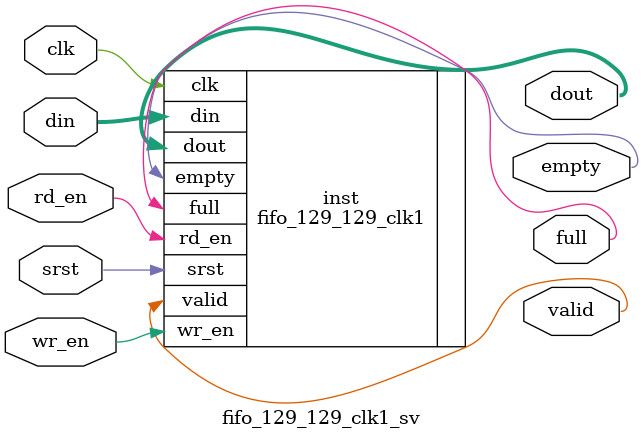
<source format=sv>


`timescale 1ps / 1ps

`include "vivado_interfaces.svh"

module fifo_129_129_clk1_sv (
  (* X_INTERFACE_IGNORE = "true" *)
  input wire clk,
  (* X_INTERFACE_IGNORE = "true" *)
  input wire srst,
  (* X_INTERFACE_IGNORE = "true" *)
  input wire [128:0] din,
  (* X_INTERFACE_IGNORE = "true" *)
  input wire wr_en,
  (* X_INTERFACE_IGNORE = "true" *)
  input wire rd_en,
  (* X_INTERFACE_IGNORE = "true" *)
  output wire [128:0] dout,
  (* X_INTERFACE_IGNORE = "true" *)
  output wire full,
  (* X_INTERFACE_IGNORE = "true" *)
  output wire empty,
  (* X_INTERFACE_IGNORE = "true" *)
  output wire valid
);

  fifo_129_129_clk1 inst (
    .clk(clk),
    .srst(srst),
    .din(din),
    .wr_en(wr_en),
    .rd_en(rd_en),
    .dout(dout),
    .full(full),
    .empty(empty),
    .valid(valid)
  );

endmodule

</source>
